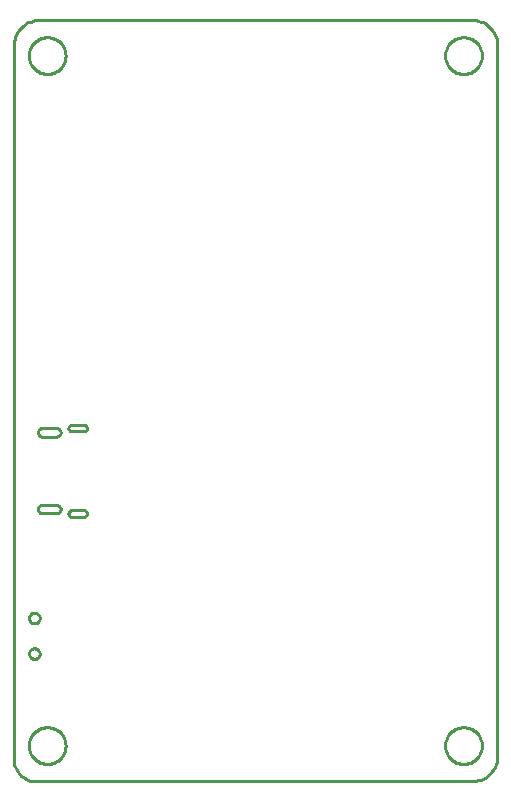
<source format=gbr>
G04 EAGLE Gerber RS-274X export*
G75*
%MOMM*%
%FSLAX34Y34*%
%LPD*%
%IN*%
%IPPOS*%
%AMOC8*
5,1,8,0,0,1.08239X$1,22.5*%
G01*
%ADD10C,0.254000*%


D10*
X-204787Y-302827D02*
X-204577Y-304458D01*
X-204226Y-306064D01*
X-203736Y-307633D01*
X-203112Y-309154D01*
X-202357Y-310614D01*
X-201478Y-312003D01*
X-200481Y-313310D01*
X-199373Y-314526D01*
X-198165Y-315640D01*
X-196863Y-316644D01*
X-195479Y-317532D01*
X-194023Y-318295D01*
X-192506Y-318929D01*
X-190940Y-319428D01*
X-189336Y-319788D01*
X-187707Y-320007D01*
X-186065Y-320084D01*
X-184422Y-320017D01*
X183107Y-320017D01*
X184996Y-319935D01*
X184996Y-319935D01*
X186871Y-319688D01*
X188718Y-319279D01*
X190522Y-318710D01*
X192269Y-317986D01*
X193947Y-317113D01*
X195542Y-316097D01*
X197042Y-314945D01*
X198437Y-313667D01*
X199715Y-312273D01*
X200866Y-310772D01*
X201882Y-309177D01*
X202756Y-307500D01*
X203480Y-305752D01*
X204048Y-303948D01*
X204458Y-302102D01*
X204705Y-300227D01*
X204787Y-298337D01*
X204787Y302827D01*
X204705Y304716D01*
X204705Y304716D01*
X204458Y306591D01*
X204049Y308438D01*
X203480Y310242D01*
X202756Y311989D01*
X201883Y313667D01*
X200867Y315262D01*
X199715Y316762D01*
X198437Y318157D01*
X197043Y319435D01*
X195542Y320586D01*
X193947Y321602D01*
X192270Y322476D01*
X190522Y323200D01*
X188718Y323768D01*
X186872Y324178D01*
X184997Y324425D01*
X183107Y324507D01*
X-183107Y324507D01*
X-184996Y324425D01*
X-186871Y324178D01*
X-188718Y323769D01*
X-190521Y323200D01*
X-192269Y322476D01*
X-193947Y321603D01*
X-195542Y320587D01*
X-197042Y319435D01*
X-198437Y318158D01*
X-199715Y316763D01*
X-200866Y315263D01*
X-201882Y313667D01*
X-202756Y311990D01*
X-203479Y310242D01*
X-204048Y308438D01*
X-204458Y306592D01*
X-204704Y304717D01*
X-204787Y302827D01*
X-204787Y-302827D01*
X-158425Y-93300D02*
X-158414Y-93544D01*
X-158382Y-93786D01*
X-158330Y-94025D01*
X-158256Y-94258D01*
X-158163Y-94483D01*
X-158050Y-94700D01*
X-157919Y-94906D01*
X-157770Y-95100D01*
X-157605Y-95280D01*
X-157425Y-95445D01*
X-157231Y-95594D01*
X-157025Y-95725D01*
X-156808Y-95838D01*
X-156583Y-95931D01*
X-156350Y-96005D01*
X-156111Y-96057D01*
X-155869Y-96089D01*
X-155625Y-96100D01*
X-145625Y-96100D01*
X-145381Y-96089D01*
X-145139Y-96057D01*
X-144900Y-96005D01*
X-144667Y-95931D01*
X-144442Y-95838D01*
X-144225Y-95725D01*
X-144019Y-95594D01*
X-143825Y-95445D01*
X-143645Y-95280D01*
X-143480Y-95100D01*
X-143331Y-94906D01*
X-143200Y-94700D01*
X-143087Y-94483D01*
X-142994Y-94258D01*
X-142920Y-94025D01*
X-142868Y-93786D01*
X-142836Y-93544D01*
X-142825Y-93300D01*
X-142836Y-93056D01*
X-142868Y-92814D01*
X-142920Y-92575D01*
X-142994Y-92342D01*
X-143087Y-92117D01*
X-143200Y-91900D01*
X-143331Y-91694D01*
X-143480Y-91500D01*
X-143645Y-91320D01*
X-143825Y-91155D01*
X-144019Y-91006D01*
X-144225Y-90875D01*
X-144442Y-90762D01*
X-144667Y-90669D01*
X-144900Y-90595D01*
X-145139Y-90543D01*
X-145381Y-90511D01*
X-145625Y-90500D01*
X-155625Y-90500D01*
X-155869Y-90511D01*
X-156111Y-90543D01*
X-156350Y-90595D01*
X-156583Y-90669D01*
X-156808Y-90762D01*
X-157025Y-90875D01*
X-157231Y-91006D01*
X-157425Y-91155D01*
X-157605Y-91320D01*
X-157770Y-91500D01*
X-157919Y-91694D01*
X-158050Y-91900D01*
X-158163Y-92117D01*
X-158256Y-92342D01*
X-158330Y-92575D01*
X-158382Y-92814D01*
X-158414Y-93056D01*
X-158425Y-93300D01*
X-158425Y-21000D02*
X-158414Y-21244D01*
X-158382Y-21486D01*
X-158330Y-21725D01*
X-158256Y-21958D01*
X-158163Y-22183D01*
X-158050Y-22400D01*
X-157919Y-22606D01*
X-157770Y-22800D01*
X-157605Y-22980D01*
X-157425Y-23145D01*
X-157231Y-23294D01*
X-157025Y-23425D01*
X-156808Y-23538D01*
X-156583Y-23631D01*
X-156350Y-23705D01*
X-156111Y-23757D01*
X-155869Y-23789D01*
X-155625Y-23800D01*
X-145625Y-23800D01*
X-145381Y-23789D01*
X-145139Y-23757D01*
X-144900Y-23705D01*
X-144667Y-23631D01*
X-144442Y-23538D01*
X-144225Y-23425D01*
X-144019Y-23294D01*
X-143825Y-23145D01*
X-143645Y-22980D01*
X-143480Y-22800D01*
X-143331Y-22606D01*
X-143200Y-22400D01*
X-143087Y-22183D01*
X-142994Y-21958D01*
X-142920Y-21725D01*
X-142868Y-21486D01*
X-142836Y-21244D01*
X-142825Y-21000D01*
X-142836Y-20756D01*
X-142868Y-20514D01*
X-142920Y-20275D01*
X-142994Y-20042D01*
X-143087Y-19817D01*
X-143200Y-19600D01*
X-143331Y-19394D01*
X-143480Y-19200D01*
X-143645Y-19020D01*
X-143825Y-18855D01*
X-144019Y-18706D01*
X-144225Y-18575D01*
X-144442Y-18462D01*
X-144667Y-18369D01*
X-144900Y-18295D01*
X-145139Y-18243D01*
X-145381Y-18211D01*
X-145625Y-18200D01*
X-155625Y-18200D01*
X-155869Y-18211D01*
X-156111Y-18243D01*
X-156350Y-18295D01*
X-156583Y-18369D01*
X-156808Y-18462D01*
X-157025Y-18575D01*
X-157231Y-18706D01*
X-157425Y-18855D01*
X-157605Y-19020D01*
X-157770Y-19200D01*
X-157919Y-19394D01*
X-158050Y-19600D01*
X-158163Y-19817D01*
X-158256Y-20042D01*
X-158330Y-20275D01*
X-158382Y-20514D01*
X-158414Y-20756D01*
X-158425Y-21000D01*
X-184225Y-89650D02*
X-184211Y-89964D01*
X-184170Y-90275D01*
X-184102Y-90582D01*
X-184008Y-90881D01*
X-183888Y-91171D01*
X-183743Y-91450D01*
X-183574Y-91715D01*
X-183383Y-91964D01*
X-183171Y-92196D01*
X-182939Y-92408D01*
X-182690Y-92599D01*
X-182425Y-92768D01*
X-182146Y-92913D01*
X-181856Y-93033D01*
X-181557Y-93127D01*
X-181250Y-93195D01*
X-180939Y-93236D01*
X-180625Y-93250D01*
X-168625Y-93250D01*
X-168311Y-93236D01*
X-168000Y-93195D01*
X-167693Y-93127D01*
X-167394Y-93033D01*
X-167104Y-92913D01*
X-166825Y-92768D01*
X-166560Y-92599D01*
X-166311Y-92408D01*
X-166079Y-92196D01*
X-165867Y-91964D01*
X-165676Y-91715D01*
X-165507Y-91450D01*
X-165362Y-91171D01*
X-165242Y-90881D01*
X-165148Y-90582D01*
X-165080Y-90275D01*
X-165039Y-89964D01*
X-165025Y-89650D01*
X-165043Y-89341D01*
X-165088Y-89034D01*
X-165159Y-88733D01*
X-165256Y-88439D01*
X-165379Y-88154D01*
X-165526Y-87882D01*
X-165696Y-87623D01*
X-165888Y-87380D01*
X-166100Y-87154D01*
X-166331Y-86948D01*
X-166580Y-86763D01*
X-166843Y-86601D01*
X-167120Y-86461D01*
X-167408Y-86347D01*
X-167705Y-86258D01*
X-168008Y-86195D01*
X-168315Y-86159D01*
X-168625Y-86150D01*
X-180625Y-86150D01*
X-180935Y-86159D01*
X-181242Y-86195D01*
X-181546Y-86258D01*
X-181842Y-86347D01*
X-182130Y-86461D01*
X-182407Y-86601D01*
X-182670Y-86763D01*
X-182919Y-86948D01*
X-183150Y-87154D01*
X-183362Y-87380D01*
X-183554Y-87623D01*
X-183724Y-87882D01*
X-183871Y-88154D01*
X-183994Y-88439D01*
X-184091Y-88733D01*
X-184162Y-89034D01*
X-184207Y-89341D01*
X-184225Y-89650D01*
X-184225Y-24650D02*
X-184207Y-24959D01*
X-184162Y-25266D01*
X-184091Y-25567D01*
X-183994Y-25861D01*
X-183871Y-26146D01*
X-183724Y-26418D01*
X-183554Y-26677D01*
X-183362Y-26920D01*
X-183150Y-27146D01*
X-182919Y-27352D01*
X-182670Y-27537D01*
X-182407Y-27699D01*
X-182130Y-27839D01*
X-181842Y-27953D01*
X-181546Y-28042D01*
X-181242Y-28105D01*
X-180935Y-28141D01*
X-180625Y-28150D01*
X-168625Y-28150D01*
X-168315Y-28141D01*
X-168008Y-28105D01*
X-167705Y-28042D01*
X-167408Y-27953D01*
X-167120Y-27839D01*
X-166843Y-27699D01*
X-166580Y-27537D01*
X-166331Y-27352D01*
X-166100Y-27146D01*
X-165888Y-26920D01*
X-165696Y-26677D01*
X-165526Y-26418D01*
X-165379Y-26146D01*
X-165256Y-25861D01*
X-165159Y-25567D01*
X-165088Y-25266D01*
X-165043Y-24959D01*
X-165025Y-24650D01*
X-165039Y-24336D01*
X-165080Y-24025D01*
X-165148Y-23718D01*
X-165242Y-23419D01*
X-165362Y-23129D01*
X-165507Y-22850D01*
X-165676Y-22585D01*
X-165867Y-22336D01*
X-166079Y-22104D01*
X-166311Y-21892D01*
X-166560Y-21701D01*
X-166825Y-21532D01*
X-167104Y-21387D01*
X-167394Y-21267D01*
X-167693Y-21173D01*
X-168000Y-21105D01*
X-168311Y-21064D01*
X-168625Y-21050D01*
X-180625Y-21050D01*
X-180939Y-21064D01*
X-181250Y-21105D01*
X-181557Y-21173D01*
X-181856Y-21267D01*
X-182146Y-21387D01*
X-182425Y-21532D01*
X-182690Y-21701D01*
X-182939Y-21892D01*
X-183171Y-22104D01*
X-183383Y-22336D01*
X-183574Y-22585D01*
X-183743Y-22850D01*
X-183888Y-23129D01*
X-184008Y-23419D01*
X-184102Y-23718D01*
X-184170Y-24025D01*
X-184211Y-24336D01*
X-184225Y-24650D01*
X191562Y293791D02*
X191562Y294899D01*
X191483Y296003D01*
X191325Y297099D01*
X191090Y298181D01*
X190778Y299243D01*
X190391Y300280D01*
X189931Y301288D01*
X189401Y302259D01*
X188802Y303191D01*
X188139Y304077D01*
X187414Y304914D01*
X186631Y305697D01*
X185794Y306422D01*
X184908Y307085D01*
X183976Y307684D01*
X183005Y308214D01*
X181997Y308674D01*
X180960Y309061D01*
X179898Y309373D01*
X178816Y309608D01*
X177720Y309766D01*
X176616Y309845D01*
X175508Y309845D01*
X174404Y309766D01*
X173308Y309608D01*
X172226Y309373D01*
X171164Y309061D01*
X170127Y308674D01*
X169120Y308214D01*
X168148Y307684D01*
X167216Y307085D01*
X166330Y306422D01*
X165493Y305697D01*
X164710Y304914D01*
X163985Y304077D01*
X163322Y303191D01*
X162723Y302259D01*
X162193Y301288D01*
X161733Y300280D01*
X161346Y299243D01*
X161034Y298181D01*
X160799Y297099D01*
X160641Y296003D01*
X160562Y294899D01*
X160562Y293791D01*
X160641Y292687D01*
X160799Y291591D01*
X161034Y290509D01*
X161346Y289447D01*
X161733Y288410D01*
X162193Y287403D01*
X162723Y286431D01*
X163322Y285499D01*
X163985Y284613D01*
X164710Y283776D01*
X165493Y282993D01*
X166330Y282268D01*
X167216Y281605D01*
X168148Y281006D01*
X169120Y280476D01*
X170127Y280016D01*
X171164Y279629D01*
X172226Y279317D01*
X173308Y279082D01*
X174404Y278924D01*
X175508Y278845D01*
X176616Y278845D01*
X177720Y278924D01*
X178816Y279082D01*
X179898Y279317D01*
X180960Y279629D01*
X181997Y280016D01*
X183005Y280476D01*
X183976Y281006D01*
X184908Y281605D01*
X185794Y282268D01*
X186631Y282993D01*
X187414Y283776D01*
X188139Y284613D01*
X188802Y285499D01*
X189401Y286431D01*
X189931Y287403D01*
X190391Y288410D01*
X190778Y289447D01*
X191090Y290509D01*
X191325Y291591D01*
X191483Y292687D01*
X191562Y293791D01*
X-160863Y-290409D02*
X-160863Y-289301D01*
X-160942Y-288197D01*
X-161100Y-287101D01*
X-161335Y-286019D01*
X-161647Y-284957D01*
X-162034Y-283920D01*
X-162494Y-282913D01*
X-163024Y-281941D01*
X-163623Y-281009D01*
X-164286Y-280123D01*
X-165011Y-279286D01*
X-165794Y-278503D01*
X-166631Y-277778D01*
X-167517Y-277115D01*
X-168449Y-276516D01*
X-169421Y-275986D01*
X-170428Y-275526D01*
X-171465Y-275139D01*
X-172527Y-274827D01*
X-173609Y-274592D01*
X-174705Y-274434D01*
X-175809Y-274355D01*
X-176917Y-274355D01*
X-178021Y-274434D01*
X-179117Y-274592D01*
X-180199Y-274827D01*
X-181261Y-275139D01*
X-182298Y-275526D01*
X-183306Y-275986D01*
X-184277Y-276516D01*
X-185209Y-277115D01*
X-186095Y-277778D01*
X-186932Y-278503D01*
X-187715Y-279286D01*
X-188440Y-280123D01*
X-189103Y-281009D01*
X-189702Y-281941D01*
X-190232Y-282913D01*
X-190692Y-283920D01*
X-191079Y-284957D01*
X-191391Y-286019D01*
X-191626Y-287101D01*
X-191784Y-288197D01*
X-191863Y-289301D01*
X-191863Y-290409D01*
X-191784Y-291513D01*
X-191626Y-292609D01*
X-191391Y-293691D01*
X-191079Y-294753D01*
X-190692Y-295790D01*
X-190232Y-296798D01*
X-189702Y-297769D01*
X-189103Y-298701D01*
X-188440Y-299587D01*
X-187715Y-300424D01*
X-186932Y-301207D01*
X-186095Y-301932D01*
X-185209Y-302595D01*
X-184277Y-303194D01*
X-183306Y-303724D01*
X-182298Y-304184D01*
X-181261Y-304571D01*
X-180199Y-304883D01*
X-179117Y-305118D01*
X-178021Y-305276D01*
X-176917Y-305355D01*
X-175809Y-305355D01*
X-174705Y-305276D01*
X-173609Y-305118D01*
X-172527Y-304883D01*
X-171465Y-304571D01*
X-170428Y-304184D01*
X-169421Y-303724D01*
X-168449Y-303194D01*
X-167517Y-302595D01*
X-166631Y-301932D01*
X-165794Y-301207D01*
X-165011Y-300424D01*
X-164286Y-299587D01*
X-163623Y-298701D01*
X-163024Y-297769D01*
X-162494Y-296798D01*
X-162034Y-295790D01*
X-161647Y-294753D01*
X-161335Y-293691D01*
X-161100Y-292609D01*
X-160942Y-291513D01*
X-160863Y-290409D01*
X-160863Y293791D02*
X-160863Y294899D01*
X-160942Y296003D01*
X-161100Y297099D01*
X-161335Y298181D01*
X-161647Y299243D01*
X-162034Y300280D01*
X-162494Y301288D01*
X-163024Y302259D01*
X-163623Y303191D01*
X-164286Y304077D01*
X-165011Y304914D01*
X-165794Y305697D01*
X-166631Y306422D01*
X-167517Y307085D01*
X-168449Y307684D01*
X-169421Y308214D01*
X-170428Y308674D01*
X-171465Y309061D01*
X-172527Y309373D01*
X-173609Y309608D01*
X-174705Y309766D01*
X-175809Y309845D01*
X-176917Y309845D01*
X-178021Y309766D01*
X-179117Y309608D01*
X-180199Y309373D01*
X-181261Y309061D01*
X-182298Y308674D01*
X-183306Y308214D01*
X-184277Y307684D01*
X-185209Y307085D01*
X-186095Y306422D01*
X-186932Y305697D01*
X-187715Y304914D01*
X-188440Y304077D01*
X-189103Y303191D01*
X-189702Y302259D01*
X-190232Y301288D01*
X-190692Y300280D01*
X-191079Y299243D01*
X-191391Y298181D01*
X-191626Y297099D01*
X-191784Y296003D01*
X-191863Y294899D01*
X-191863Y293791D01*
X-191784Y292687D01*
X-191626Y291591D01*
X-191391Y290509D01*
X-191079Y289447D01*
X-190692Y288410D01*
X-190232Y287403D01*
X-189702Y286431D01*
X-189103Y285499D01*
X-188440Y284613D01*
X-187715Y283776D01*
X-186932Y282993D01*
X-186095Y282268D01*
X-185209Y281605D01*
X-184277Y281006D01*
X-183306Y280476D01*
X-182298Y280016D01*
X-181261Y279629D01*
X-180199Y279317D01*
X-179117Y279082D01*
X-178021Y278924D01*
X-176917Y278845D01*
X-175809Y278845D01*
X-174705Y278924D01*
X-173609Y279082D01*
X-172527Y279317D01*
X-171465Y279629D01*
X-170428Y280016D01*
X-169421Y280476D01*
X-168449Y281006D01*
X-167517Y281605D01*
X-166631Y282268D01*
X-165794Y282993D01*
X-165011Y283776D01*
X-164286Y284613D01*
X-163623Y285499D01*
X-163024Y286431D01*
X-162494Y287403D01*
X-162034Y288410D01*
X-161647Y289447D01*
X-161335Y290509D01*
X-161100Y291591D01*
X-160942Y292687D01*
X-160863Y293791D01*
X191562Y-290409D02*
X191562Y-289301D01*
X191483Y-288197D01*
X191325Y-287101D01*
X191090Y-286019D01*
X190778Y-284957D01*
X190391Y-283920D01*
X189931Y-282913D01*
X189401Y-281941D01*
X188802Y-281009D01*
X188139Y-280123D01*
X187414Y-279286D01*
X186631Y-278503D01*
X185794Y-277778D01*
X184908Y-277115D01*
X183976Y-276516D01*
X183005Y-275986D01*
X181997Y-275526D01*
X180960Y-275139D01*
X179898Y-274827D01*
X178816Y-274592D01*
X177720Y-274434D01*
X176616Y-274355D01*
X175508Y-274355D01*
X174404Y-274434D01*
X173308Y-274592D01*
X172226Y-274827D01*
X171164Y-275139D01*
X170127Y-275526D01*
X169120Y-275986D01*
X168148Y-276516D01*
X167216Y-277115D01*
X166330Y-277778D01*
X165493Y-278503D01*
X164710Y-279286D01*
X163985Y-280123D01*
X163322Y-281009D01*
X162723Y-281941D01*
X162193Y-282913D01*
X161733Y-283920D01*
X161346Y-284957D01*
X161034Y-286019D01*
X160799Y-287101D01*
X160641Y-288197D01*
X160562Y-289301D01*
X160562Y-290409D01*
X160641Y-291513D01*
X160799Y-292609D01*
X161034Y-293691D01*
X161346Y-294753D01*
X161733Y-295790D01*
X162193Y-296798D01*
X162723Y-297769D01*
X163322Y-298701D01*
X163985Y-299587D01*
X164710Y-300424D01*
X165493Y-301207D01*
X166330Y-301932D01*
X167216Y-302595D01*
X168148Y-303194D01*
X169120Y-303724D01*
X170127Y-304184D01*
X171164Y-304571D01*
X172226Y-304883D01*
X173308Y-305118D01*
X174404Y-305276D01*
X175508Y-305355D01*
X176616Y-305355D01*
X177720Y-305276D01*
X178816Y-305118D01*
X179898Y-304883D01*
X180960Y-304571D01*
X181997Y-304184D01*
X183005Y-303724D01*
X183976Y-303194D01*
X184908Y-302595D01*
X185794Y-301932D01*
X186631Y-301207D01*
X187414Y-300424D01*
X188139Y-299587D01*
X188802Y-298701D01*
X189401Y-297769D01*
X189931Y-296798D01*
X190391Y-295790D01*
X190778Y-294753D01*
X191090Y-293691D01*
X191325Y-292609D01*
X191483Y-291513D01*
X191562Y-290409D01*
X-187030Y-207350D02*
X-186445Y-207427D01*
X-185875Y-207580D01*
X-185330Y-207805D01*
X-184820Y-208100D01*
X-184352Y-208459D01*
X-183934Y-208877D01*
X-183575Y-209345D01*
X-183280Y-209855D01*
X-183055Y-210400D01*
X-182902Y-210970D01*
X-182825Y-211555D01*
X-182825Y-212145D01*
X-182902Y-212730D01*
X-183055Y-213300D01*
X-183280Y-213845D01*
X-183575Y-214355D01*
X-183934Y-214823D01*
X-184352Y-215241D01*
X-184820Y-215600D01*
X-185330Y-215895D01*
X-185875Y-216120D01*
X-186445Y-216273D01*
X-187030Y-216350D01*
X-187620Y-216350D01*
X-188205Y-216273D01*
X-188775Y-216120D01*
X-189320Y-215895D01*
X-189830Y-215600D01*
X-190298Y-215241D01*
X-190716Y-214823D01*
X-191075Y-214355D01*
X-191370Y-213845D01*
X-191595Y-213300D01*
X-191748Y-212730D01*
X-191825Y-212145D01*
X-191825Y-211555D01*
X-191748Y-210970D01*
X-191595Y-210400D01*
X-191370Y-209855D01*
X-191075Y-209345D01*
X-190716Y-208877D01*
X-190298Y-208459D01*
X-189830Y-208100D01*
X-189320Y-207805D01*
X-188775Y-207580D01*
X-188205Y-207427D01*
X-187620Y-207350D01*
X-187030Y-207350D01*
X-187030Y-177350D02*
X-186445Y-177427D01*
X-185875Y-177580D01*
X-185330Y-177805D01*
X-184820Y-178100D01*
X-184352Y-178459D01*
X-183934Y-178877D01*
X-183575Y-179345D01*
X-183280Y-179855D01*
X-183055Y-180400D01*
X-182902Y-180970D01*
X-182825Y-181555D01*
X-182825Y-182145D01*
X-182902Y-182730D01*
X-183055Y-183300D01*
X-183280Y-183845D01*
X-183575Y-184355D01*
X-183934Y-184823D01*
X-184352Y-185241D01*
X-184820Y-185600D01*
X-185330Y-185895D01*
X-185875Y-186120D01*
X-186445Y-186273D01*
X-187030Y-186350D01*
X-187620Y-186350D01*
X-188205Y-186273D01*
X-188775Y-186120D01*
X-189320Y-185895D01*
X-189830Y-185600D01*
X-190298Y-185241D01*
X-190716Y-184823D01*
X-191075Y-184355D01*
X-191370Y-183845D01*
X-191595Y-183300D01*
X-191748Y-182730D01*
X-191825Y-182145D01*
X-191825Y-181555D01*
X-191748Y-180970D01*
X-191595Y-180400D01*
X-191370Y-179855D01*
X-191075Y-179345D01*
X-190716Y-178877D01*
X-190298Y-178459D01*
X-189830Y-178100D01*
X-189320Y-177805D01*
X-188775Y-177580D01*
X-188205Y-177427D01*
X-187620Y-177350D01*
X-187030Y-177350D01*
M02*

</source>
